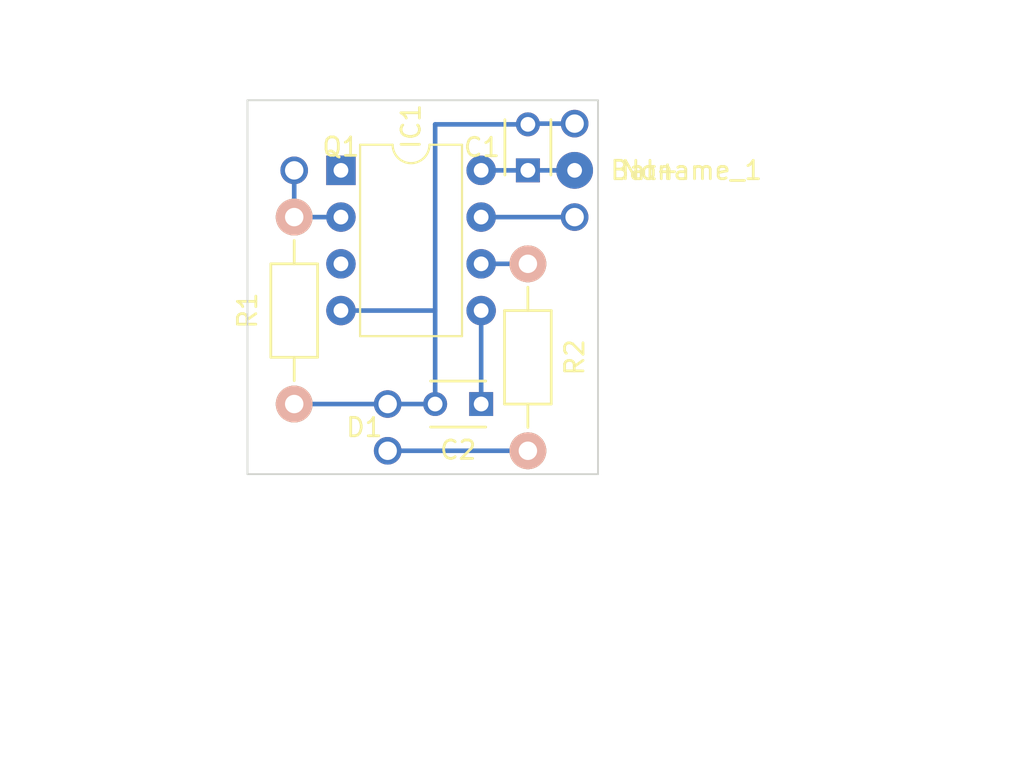
<source format=kicad_pcb>

(kicad_pcb
  (version 4)
  (host pcbnew 4.0.5-e0-6337~49~ubuntu14.04.1)
  (general
    (links 12)
    (no_connects 1)
    (area 121.869999 72.339999 141.020001 92.760001)
    (thickness 1.6)
    (drawings 6)
    (tracks 17)
    (zones 0)
    (modules 9)
    (nets 10))
  (page A4)
  (layers
    (0 F.Cu signal)
    (31 B.Cu signal)
    (32 B.Adhes user)
    (33 F.Adhes user)
    (34 B.Paste user)
    (35 F.Paste user)
    (36 B.SilkS user)
    (37 F.SilkS user)
    (38 B.Mask user)
    (39 F.Mask user)
    (40 Dwgs.User user)
    (41 Cmts.User user hide)
    (42 Eco1.User user)
    (43 Eco2.User user)
    (44 Edge.Cuts user)
    (45 Margin user)
    (46 B.CrtYd user)
    (47 F.CrtYd user)
    (48 B.Fab user)
    (49 F.Fab user))
  (setup
    (last_trace_width 0.25)
    (trace_clearance 0.2)
    (zone_clearance 0.508)
    (zone_45_only no)
    (trace_min 0.2)
    (segment_width 0.2)
    (edge_width 0.1)
    (via_size 0.6)
    (via_drill 0.4)
    (via_min_size 0.4)
    (via_min_drill 0.3)
    (uvia_size 0.3)
    (uvia_drill 0.1)
    (uvias_allowed no)
    (uvia_min_size 0.2)
    (uvia_min_drill 0.1)
    (pcb_text_width 0.3)
    (pcb_text_size 1.5 1.5)
    (mod_edge_width 0.15)
    (mod_text_size 1 1)
    (mod_text_width 0.15)
    (pad_size 1.5 1.5)
    (pad_drill 1)
    (pad_to_mask_clearance 0)
    (aux_axis_origin 0 0)
    (visible_elements 7FFFFFFF)
    (pcbplotparams
      (layerselection 0x00030_80000001)
      (usegerberextensions false)
      (excludeedgelayer true)
      (linewidth 0.1)
      (plotframeref false)
      (viasonmask false)
      (mode 1)
      (useauxorigin false)
      (hpglpennumber 1)
      (hpglpenspeed 20)
      (hpglpendiameter 15)
      (hpglpenoverlay 2)
      (psnegative false)
      (psa4output false)
      (plotreference true)
      (plotvalue true)
      (plotinvisibletext false)
      (padsonsilk false)
      (subtractmaskfromsilk false)
      (outputformat 1)
      (mirror false)
      (drillshape 1)
      (scaleselection 1)
      (outputdirectory "")))
  (net 0 "")
  (net 1 +BATT)
  (net 2 GND)
  (net 3 /Mira/AREF)
  (net 4 /Mira/BUTTON)
  (net 5 "Net-(D1-Pad2)")
  (net 6 /Mira/FIRE)
  (net 7 /Mira/LED)
  (net 8 "Net-(IC1-Pad1)")
  (net 9 "Net-(IC1-Pad3)")
  (net_class Default "This is the default net class."
    (clearance 0.2)
    (trace_width 0.25)
    (via_dia 0.6)
    (via_drill 0.4)
    (uvia_dia 0.3)
    (uvia_drill 0.1)
    (add_net +BATT)
    (add_net /Mira/AREF)
    (add_net /Mira/BUTTON)
    (add_net /Mira/FIRE)
    (add_net /Mira/LED)
    (add_net GND)
    (add_net "Net-(D1-Pad2)")
    (add_net "Net-(IC1-Pad1)")
    (add_net "Net-(IC1-Pad3)"))
  (module Capacitors_THT:C_Disc_D3_P2.5
    (layer F.Cu)
    (tedit 5865BB42)
    (tstamp 586556B6)
    (at 137.16 76.2 90)
    (descr "Capacitor 3mm Disc, Pitch 2.5mm")
    (tags Capacitor)
    (path /58603D0F/5860485C)
    (fp_text reference C1
      (at 1.25 -2.5 180)
      (layer F.SilkS)
      (effects
        (font
          (size 1 1)
          (thickness 0.15))))
    (fp_text value 10nF
      (at 5.08 0 180)
      (layer F.Fab)
      (effects
        (font
          (size 1 1)
          (thickness 0.15))))
    (fp_line
      (start -0.9 -1.5)
      (end 3.4 -1.5)
      (layer F.CrtYd)
      (width 0.05))
    (fp_line
      (start 3.4 -1.5)
      (end 3.4 1.5)
      (layer F.CrtYd)
      (width 0.05))
    (fp_line
      (start 3.4 1.5)
      (end -0.9 1.5)
      (layer F.CrtYd)
      (width 0.05))
    (fp_line
      (start -0.9 1.5)
      (end -0.9 -1.5)
      (layer F.CrtYd)
      (width 0.05))
    (fp_line
      (start -0.25 -1.25)
      (end 2.75 -1.25)
      (layer F.SilkS)
      (width 0.15))
    (fp_line
      (start 2.75 1.25)
      (end -0.25 1.25)
      (layer F.SilkS)
      (width 0.15))
    (pad 1 thru_hole rect
      (at 0 0 90)
      (size 1.3 1.3)
      (drill 0.8)
      (layers *.Cu *.Mask)
      (net 1 +BATT))
    (pad 2 thru_hole circle
      (at 2.5 0 90)
      (size 1.3 1.3)
      (drill 0.8001)
      (layers *.Cu *.Mask)
      (net 2 GND))
    (model Capacitors_ThroughHole.3dshapes/C_Disc_D3_P2.5.wrl
      (at
        (xyz 0.0492126 0 0))
      (scale
        (xyz 1 1 1))
      (rotate
        (xyz 0 0 0))))
  (module Capacitors_THT:C_Disc_D3_P2.5
    (layer F.Cu)
    (tedit 0)
    (tstamp 586556C2)
    (at 134.62 88.9 180)
    (descr "Capacitor 3mm Disc, Pitch 2.5mm")
    (tags Capacitor)
    (path /58603D0F/58604591)
    (fp_text reference C2
      (at 1.25 -2.5 180)
      (layer F.SilkS)
      (effects
        (font
          (size 1 1)
          (thickness 0.15))))
    (fp_text value 10nF
      (at 1.25 2.5 180)
      (layer F.Fab)
      (effects
        (font
          (size 1 1)
          (thickness 0.15))))
    (fp_line
      (start -0.9 -1.5)
      (end 3.4 -1.5)
      (layer F.CrtYd)
      (width 0.05))
    (fp_line
      (start 3.4 -1.5)
      (end 3.4 1.5)
      (layer F.CrtYd)
      (width 0.05))
    (fp_line
      (start 3.4 1.5)
      (end -0.9 1.5)
      (layer F.CrtYd)
      (width 0.05))
    (fp_line
      (start -0.9 1.5)
      (end -0.9 -1.5)
      (layer F.CrtYd)
      (width 0.05))
    (fp_line
      (start -0.25 -1.25)
      (end 2.75 -1.25)
      (layer F.SilkS)
      (width 0.15))
    (fp_line
      (start 2.75 1.25)
      (end -0.25 1.25)
      (layer F.SilkS)
      (width 0.15))
    (pad 1 thru_hole rect
      (at 0 0 180)
      (size 1.3 1.3)
      (drill 0.8)
      (layers *.Cu *.Mask)
      (net 3 /Mira/AREF))
    (pad 2 thru_hole circle
      (at 2.5 0 180)
      (size 1.3 1.3)
      (drill 0.8001)
      (layers *.Cu *.Mask)
      (net 2 GND))
    (model Capacitors_ThroughHole.3dshapes/C_Disc_D3_P2.5.wrl
      (at
        (xyz 0.0492126 0 0))
      (scale
        (xyz 1 1 1))
      (rotate
        (xyz 0 0 0))))
  (module Resistors_THT:Resistor_Horizontal_RM10mm
    (layer F.Cu)
    (tedit 58667F38)
    (tstamp 5865570D)
    (at 124.46 78.74 270)
    (descr "Resistor, Axial,  RM 10mm, 1/3W")
    (tags "Resistor Axial RM 10mm 1/3W")
    (path /58603D0F/58605B36)
    (fp_text reference R1
      (at 5.08 2.54 270)
      (layer F.SilkS)
      (effects
        (font
          (size 1 1)
          (thickness 0.15))))
    (fp_text value 22kΩ
      (at 5.08 0 270)
      (layer F.Fab)
      (effects
        (font
          (size 1 1)
          (thickness 0.15))))
    (fp_line
      (start -1.25 -1.5)
      (end 11.4 -1.5)
      (layer F.CrtYd)
      (width 0.05))
    (fp_line
      (start -1.25 1.5)
      (end -1.25 -1.5)
      (layer F.CrtYd)
      (width 0.05))
    (fp_line
      (start 11.4 -1.5)
      (end 11.4 1.5)
      (layer F.CrtYd)
      (width 0.05))
    (fp_line
      (start -1.25 1.5)
      (end 11.4 1.5)
      (layer F.CrtYd)
      (width 0.05))
    (fp_line
      (start 2.54 -1.27)
      (end 7.62 -1.27)
      (layer F.SilkS)
      (width 0.15))
    (fp_line
      (start 7.62 -1.27)
      (end 7.62 1.27)
      (layer F.SilkS)
      (width 0.15))
    (fp_line
      (start 7.62 1.27)
      (end 2.54 1.27)
      (layer F.SilkS)
      (width 0.15))
    (fp_line
      (start 2.54 1.27)
      (end 2.54 -1.27)
      (layer F.SilkS)
      (width 0.15))
    (fp_line
      (start 2.54 0)
      (end 1.27 0)
      (layer F.SilkS)
      (width 0.15))
    (fp_line
      (start 7.62 0)
      (end 8.89 0)
      (layer F.SilkS)
      (width 0.15))
    (pad 1 thru_hole circle
      (at 0 0 270)
      (size 1.99898 1.99898)
      (drill 1.00076)
      (layers *.Cu *.SilkS *.Mask)
      (net 6 /Mira/FIRE))
    (pad 2 thru_hole circle
      (at 10.16 0 270)
      (size 1.99898 1.99898)
      (drill 1.00076)
      (layers *.Cu *.SilkS *.Mask)
      (net 2 GND))
    (model Resistors_ThroughHole.3dshapes/Resistor_Horizontal_RM10mm.wrl
      (at
        (xyz 0.2 0 0))
      (scale
        (xyz 0.4 0.4 0.4))
      (rotate
        (xyz 0 0 0))))
  (module Resistors_THT:Resistor_Horizontal_RM10mm
    (layer F.Cu)
    (tedit 58667F3E)
    (tstamp 5865571D)
    (at 137.16 91.44 90)
    (descr "Resistor, Axial,  RM 10mm, 1/3W")
    (tags "Resistor Axial RM 10mm 1/3W")
    (path /58603D0F/583CCC74)
    (fp_text reference R2
      (at 5.08 2.54 90)
      (layer F.SilkS)
      (effects
        (font
          (size 1 1)
          (thickness 0.15))))
    (fp_text value 100Ω
      (at 5.08 0 90)
      (layer F.Fab)
      (effects
        (font
          (size 1 1)
          (thickness 0.15))))
    (fp_line
      (start -1.25 -1.5)
      (end 11.4 -1.5)
      (layer F.CrtYd)
      (width 0.05))
    (fp_line
      (start -1.25 1.5)
      (end -1.25 -1.5)
      (layer F.CrtYd)
      (width 0.05))
    (fp_line
      (start 11.4 -1.5)
      (end 11.4 1.5)
      (layer F.CrtYd)
      (width 0.05))
    (fp_line
      (start -1.25 1.5)
      (end 11.4 1.5)
      (layer F.CrtYd)
      (width 0.05))
    (fp_line
      (start 2.54 -1.27)
      (end 7.62 -1.27)
      (layer F.SilkS)
      (width 0.15))
    (fp_line
      (start 7.62 -1.27)
      (end 7.62 1.27)
      (layer F.SilkS)
      (width 0.15))
    (fp_line
      (start 7.62 1.27)
      (end 2.54 1.27)
      (layer F.SilkS)
      (width 0.15))
    (fp_line
      (start 2.54 1.27)
      (end 2.54 -1.27)
      (layer F.SilkS)
      (width 0.15))
    (fp_line
      (start 2.54 0)
      (end 1.27 0)
      (layer F.SilkS)
      (width 0.15))
    (fp_line
      (start 7.62 0)
      (end 8.89 0)
      (layer F.SilkS)
      (width 0.15))
    (pad 1 thru_hole circle
      (at 0 0 90)
      (size 1.99898 1.99898)
      (drill 1.00076)
      (layers *.Cu *.SilkS *.Mask)
      (net 5 "Net-(D1-Pad2)"))
    (pad 2 thru_hole circle
      (at 10.16 0 90)
      (size 1.99898 1.99898)
      (drill 1.00076)
      (layers *.Cu *.SilkS *.Mask)
      (net 7 /Mira/LED))
    (model Resistors_ThroughHole.3dshapes/Resistor_Horizontal_RM10mm.wrl
      (at
        (xyz 0.2 0 0))
      (scale
        (xyz 0.4 0.4 0.4))
      (rotate
        (xyz 0 0 0))))
  (module Wire_Connections_Bridges:WireConnection_1.50mmDrill
    (layer F.Cu)
    (tedit 5865BB2B)
    (tstamp 5865AB69)
    (at 149.86 72.39)
    (descr "WireConnection with 1.5mm drill")
    (path /58603D0F/5860804E)
    (fp_text reference Noname_1
      (at -3.81 3.81)
      (layer F.SilkS)
      (effects
        (font
          (size 1 1)
          (thickness 0.15))))
    (fp_text value Button
      (at -6.35 6.35 180)
      (layer F.Fab)
      (effects
        (font
          (size 1 1)
          (thickness 0.15))))
    (fp_line
      (start 14.0716 -3.7592)
      (end 13.8684 -3.6576)
      (layer Cmts.User)
      (width 0.381))
    (fp_line
      (start 13.8684 -3.6576)
      (end 13.6398 -3.6576)
      (layer Cmts.User)
      (width 0.381))
    (fp_line
      (start 13.6398 -3.6576)
      (end 13.4366 -3.7592)
      (layer Cmts.User)
      (width 0.381))
    (fp_line
      (start 13.4366 -3.7592)
      (end 13.3604 -4.1148)
      (layer Cmts.User)
      (width 0.381))
    (fp_line
      (start 13.3604 -4.1148)
      (end 13.3604 -4.572)
      (layer Cmts.User)
      (width 0.381))
    (fp_line
      (start 13.3604 -4.572)
      (end 13.462 -4.6482)
      (layer Cmts.User)
      (width 0.381))
    (fp_line
      (start 13.462 -4.6482)
      (end 13.7668 -4.7244)
      (layer Cmts.User)
      (width 0.381))
    (fp_line
      (start 13.7668 -4.7244)
      (end 13.9954 -4.6736)
      (layer Cmts.User)
      (width 0.381))
    (fp_line
      (start 13.9954 -4.6736)
      (end 14.0462 -4.318)
      (layer Cmts.User)
      (width 0.381))
    (fp_line
      (start 14.0462 -4.318)
      (end 13.4366 -4.191)
      (layer Cmts.User)
      (width 0.381))
    (fp_line
      (start 13.4366 -4.191)
      (end 13.4366 -4.2418)
      (layer Cmts.User)
      (width 0.381))
    (fp_line
      (start 12.7508 -3.7084)
      (end 12.4206 -3.7084)
      (layer Cmts.User)
      (width 0.381))
    (fp_line
      (start 12.4206 -3.7084)
      (end 12.2174 -3.7084)
      (layer Cmts.User)
      (width 0.381))
    (fp_line
      (start 12.2174 -3.7084)
      (end 12.0396 -3.8608)
      (layer Cmts.User)
      (width 0.381))
    (fp_line
      (start 12.0396 -3.8608)
      (end 12.0396 -4.2418)
      (layer Cmts.User)
      (width 0.381))
    (fp_line
      (start 12.0396 -4.2418)
      (end 12.1412 -4.572)
      (layer Cmts.User)
      (width 0.381))
    (fp_line
      (start 12.1412 -4.572)
      (end 12.2936 -4.6482)
      (layer Cmts.User)
      (width 0.381))
    (fp_line
      (start 12.2936 -4.6482)
      (end 12.573 -4.6482)
      (layer Cmts.User)
      (width 0.381))
    (fp_line
      (start 12.573 -4.6482)
      (end 12.7508 -4.572)
      (layer Cmts.User)
      (width 0.381))
    (fp_line
      (start 12.7508 -4.572)
      (end 12.7762 -4.2672)
      (layer Cmts.User)
      (width 0.381))
    (fp_line
      (start 12.7762 -4.2672)
      (end 12.1412 -4.2418)
      (layer Cmts.User)
      (width 0.381))
    (fp_line
      (start 11.2268 -4.5212)
      (end 11.6078 -4.6736)
      (layer Cmts.User)
      (width 0.381))
    (fp_line
      (start 11.6078 -4.6736)
      (end 11.6332 -4.6736)
      (layer Cmts.User)
      (width 0.381))
    (fp_line
      (start 11.2014 -4.7244)
      (end 11.2014 -3.6576)
      (layer Cmts.User)
      (width 0.381))
    (fp_line
      (start 9.9822 -4.6736)
      (end 10.668 -4.7244)
      (layer Cmts.User)
      (width 0.381))
    (fp_line
      (start 10.7188 -5.207)
      (end 10.541 -5.207)
      (layer Cmts.User)
      (width 0.381))
    (fp_line
      (start 10.541 -5.207)
      (end 10.3886 -5.08)
      (layer Cmts.User)
      (width 0.381))
    (fp_line
      (start 10.3886 -5.08)
      (end 10.3378 -3.7084)
      (layer Cmts.User)
      (width 0.381))
    (fp_line
      (start 8.4328 -4.5974)
      (end 8.3058 -4.6736)
      (layer Cmts.User)
      (width 0.381))
    (fp_line
      (start 8.3058 -4.6736)
      (end 8.0264 -4.6736)
      (layer Cmts.User)
      (width 0.381))
    (fp_line
      (start 8.0264 -4.6736)
      (end 7.874 -4.445)
      (layer Cmts.User)
      (width 0.381))
    (fp_line
      (start 7.874 -4.445)
      (end 7.8994 -4.2672)
      (layer Cmts.User)
      (width 0.381))
    (fp_line
      (start 7.8994 -4.2672)
      (end 8.1788 -4.191)
      (layer Cmts.User)
      (width 0.381))
    (fp_line
      (start 8.1788 -4.191)
      (end 8.4328 -4.1148)
      (layer Cmts.User)
      (width 0.381))
    (fp_line
      (start 8.4328 -4.1148)
      (end 8.4836 -3.8354)
      (layer Cmts.User)
      (width 0.381))
    (fp_line
      (start 8.4836 -3.8354)
      (end 8.2804 -3.6576)
      (layer Cmts.User)
      (width 0.381))
    (fp_line
      (start 8.2804 -3.6576)
      (end 7.8994 -3.7084)
      (layer Cmts.User)
      (width 0.381))
    (fp_line
      (start 7.1628 -3.6576)
      (end 6.8072 -3.7592)
      (layer Cmts.User)
      (width 0.381))
    (fp_line
      (start 6.8072 -3.7592)
      (end 6.604 -3.8354)
      (layer Cmts.User)
      (width 0.381))
    (fp_line
      (start 6.604 -3.8354)
      (end 6.477 -4.1656)
      (layer Cmts.User)
      (width 0.381))
    (fp_line
      (start 6.477 -4.1656)
      (end 6.477 -4.4704)
      (layer Cmts.User)
      (width 0.381))
    (fp_line
      (start 6.477 -4.4704)
      (end 6.6802 -4.6736)
      (layer Cmts.User)
      (width 0.381))
    (fp_line
      (start 6.6802 -4.6736)
      (end 7.0104 -4.7244)
      (layer Cmts.User)
      (width 0.381))
    (fp_line
      (start 7.2136 -5.207)
      (end 7.2136 -3.6576)
      (layer Cmts.User)
      (width 0.381))
    (fp_line
      (start 5.715 -3.6576)
      (end 5.2578 -3.7084)
      (layer Cmts.User)
      (width 0.381))
    (fp_line
      (start 5.2578 -3.7084)
      (end 5.1054 -3.9116)
      (layer Cmts.User)
      (width 0.381))
    (fp_line
      (start 5.1054 -3.9116)
      (end 5.1308 -4.191)
      (layer Cmts.User)
      (width 0.381))
    (fp_line
      (start 5.1308 -4.191)
      (end 5.842 -4.2418)
      (layer Cmts.User)
      (width 0.381))
    (fp_line
      (start 5.1054 -4.572)
      (end 5.3848 -4.7244)
      (layer Cmts.User)
      (width 0.381))
    (fp_line
      (start 5.3848 -4.7244)
      (end 5.6388 -4.6482)
      (layer Cmts.User)
      (width 0.381))
    (fp_line
      (start 5.6388 -4.6482)
      (end 5.7912 -4.4704)
      (layer Cmts.User)
      (width 0.381))
    (fp_line
      (start 5.7912 -4.4704)
      (end 5.842 -3.6322)
      (layer Cmts.User)
      (width 0.381))
    (fp_line
      (start 3.6068 -3.6576)
      (end 3.6322 -5.2578)
      (layer Cmts.User)
      (width 0.381))
    (fp_line
      (start 3.6322 -5.2578)
      (end 4.0894 -5.2578)
      (layer Cmts.User)
      (width 0.381))
    (fp_line
      (start 4.0894 -5.2578)
      (end 4.3688 -5.1308)
      (layer Cmts.User)
      (width 0.381))
    (fp_line
      (start 4.3688 -5.1308)
      (end 4.4958 -4.8768)
      (layer Cmts.User)
      (width 0.381))
    (fp_line
      (start 4.4958 -4.8768)
      (end 4.4958 -4.5974)
      (layer Cmts.User)
      (width 0.381))
    (fp_line
      (start 4.4958 -4.5974)
      (end 4.3688 -4.3942)
      (layer Cmts.User)
      (width 0.381))
    (fp_line
      (start 4.3688 -4.3942)
      (end 4.0894 -4.445)
      (layer Cmts.User)
      (width 0.381))
    (fp_line
      (start 4.0894 -4.445)
      (end 3.6322 -4.445)
      (layer Cmts.User)
      (width 0.381))
    (fp_line
      (start 1.778 -3.7592)
      (end 1.524 -3.6576)
      (layer Cmts.User)
      (width 0.381))
    (fp_line
      (start 1.524 -3.6576)
      (end 1.27 -3.7592)
      (layer Cmts.User)
      (width 0.381))
    (fp_line
      (start 1.27 -3.7592)
      (end 1.1176 -3.9116)
      (layer Cmts.User)
      (width 0.381))
    (fp_line
      (start 1.1176 -3.9116)
      (end 1.0414 -4.318)
      (layer Cmts.User)
      (width 0.381))
    (fp_line
      (start 1.0414 -4.318)
      (end 1.1684 -4.572)
      (layer Cmts.User)
      (width 0.381))
    (fp_line
      (start 1.1684 -4.572)
      (end 1.3716 -4.6736)
      (layer Cmts.User)
      (width 0.381))
    (fp_line
      (start 1.3716 -4.6736)
      (end 1.651 -4.6482)
      (layer Cmts.User)
      (width 0.381))
    (fp_line
      (start 1.651 -4.6482)
      (end 1.8034 -4.5212)
      (layer Cmts.User)
      (width 0.381))
    (fp_line
      (start 1.8034 -4.5212)
      (end 1.8034 -4.318)
      (layer Cmts.User)
      (width 0.381))
    (fp_line
      (start 1.8034 -4.318)
      (end 1.1684 -4.2418)
      (layer Cmts.User)
      (width 0.381))
    (fp_line
      (start -0.1524 -4.7244)
      (end 0.3048 -3.6576)
      (layer Cmts.User)
      (width 0.381))
    (fp_line
      (start 0.3048 -3.6576)
      (end 0.5842 -4.6736)
      (layer Cmts.User)
      (width 0.381))
    (fp_line
      (start 0.5842 -4.6736)
      (end 0.5588 -4.6736)
      (layer Cmts.User)
      (width 0.381))
    (fp_line
      (start -1.4732 -4.3942)
      (end -1.4732 -3.9116)
      (layer Cmts.User)
      (width 0.381))
    (fp_line
      (start -1.4732 -3.9116)
      (end -1.27 -3.7084)
      (layer Cmts.User)
      (width 0.381))
    (fp_line
      (start -1.27 -3.7084)
      (end -1.0414 -3.6576)
      (layer Cmts.User)
      (width 0.381))
    (fp_line
      (start -1.0414 -3.6576)
      (end -0.762 -3.7846)
      (layer Cmts.User)
      (width 0.381))
    (fp_line
      (start -0.762 -3.7846)
      (end -0.6604 -3.9878)
      (layer Cmts.User)
      (width 0.381))
    (fp_line
      (start -0.6604 -3.9878)
      (end -0.6604 -4.445)
      (layer Cmts.User)
      (width 0.381))
    (fp_line
      (start -0.6604 -4.445)
      (end -0.8382 -4.6482)
      (layer Cmts.User)
      (width 0.381))
    (fp_line
      (start -0.8382 -4.6482)
      (end -1.1176 -4.7244)
      (layer Cmts.User)
      (width 0.381))
    (fp_line
      (start -1.1176 -4.7244)
      (end -1.4478 -4.4704)
      (layer Cmts.User)
      (width 0.381))
    (fp_line
      (start -3.0988 -3.6322)
      (end -3.0988 -5.2578)
      (layer Cmts.User)
      (width 0.381))
    (fp_line
      (start -3.0988 -5.2578)
      (end -2.6162 -4.1148)
      (layer Cmts.User)
      (width 0.381))
    (fp_line
      (start -2.6162 -4.1148)
      (end -2.1336 -5.1816)
      (layer Cmts.User)
      (width 0.381))
    (fp_line
      (start -2.1336 -5.1816)
      (end -2.1336 -3.6322)
      (layer Cmts.User)
      (width 0.381))
    (pad 1 thru_hole circle
      (at -10.16 1.27)
      (size 1.5 1.5)
      (drill 1)
      (layers *.Cu *.Mask)
      (net 2 GND))
    (pad 2 thru_hole circle
      (at -10.16 6.35)
      (size 1.5 1.5)
      (drill 1)
      (layers *.Cu *.Mask)
      (net 4 /Mira/BUTTON)))
  (module Wire_Connections_Bridges:WireConnection_1.50mmDrill
    (layer F.Cu)
    (tedit 5865AF7D)
    (tstamp 5865AB6E)
    (at 128.27 107.95)
    (descr "WireConnection with 1.5mm drill")
    (path /58603D0F/583CCC75)
    (fp_text reference D1
      (at 0 -17.78)
      (layer F.SilkS)
      (effects
        (font
          (size 1 1)
          (thickness 0.15))))
    (fp_text value "low current LED"
      (at 1.27 -13.97)
      (layer F.Fab)
      (effects
        (font
          (size 1 1)
          (thickness 0.15))))
    (fp_line
      (start 14.0716 -3.7592)
      (end 13.8684 -3.6576)
      (layer Cmts.User)
      (width 0.381))
    (fp_line
      (start 13.8684 -3.6576)
      (end 13.6398 -3.6576)
      (layer Cmts.User)
      (width 0.381))
    (fp_line
      (start 13.6398 -3.6576)
      (end 13.4366 -3.7592)
      (layer Cmts.User)
      (width 0.381))
    (fp_line
      (start 13.4366 -3.7592)
      (end 13.3604 -4.1148)
      (layer Cmts.User)
      (width 0.381))
    (fp_line
      (start 13.3604 -4.1148)
      (end 13.3604 -4.572)
      (layer Cmts.User)
      (width 0.381))
    (fp_line
      (start 13.3604 -4.572)
      (end 13.462 -4.6482)
      (layer Cmts.User)
      (width 0.381))
    (fp_line
      (start 13.462 -4.6482)
      (end 13.7668 -4.7244)
      (layer Cmts.User)
      (width 0.381))
    (fp_line
      (start 13.7668 -4.7244)
      (end 13.9954 -4.6736)
      (layer Cmts.User)
      (width 0.381))
    (fp_line
      (start 13.9954 -4.6736)
      (end 14.0462 -4.318)
      (layer Cmts.User)
      (width 0.381))
    (fp_line
      (start 14.0462 -4.318)
      (end 13.4366 -4.191)
      (layer Cmts.User)
      (width 0.381))
    (fp_line
      (start 13.4366 -4.191)
      (end 13.4366 -4.2418)
      (layer Cmts.User)
      (width 0.381))
    (fp_line
      (start 12.7508 -3.7084)
      (end 12.4206 -3.7084)
      (layer Cmts.User)
      (width 0.381))
    (fp_line
      (start 12.4206 -3.7084)
      (end 12.2174 -3.7084)
      (layer Cmts.User)
      (width 0.381))
    (fp_line
      (start 12.2174 -3.7084)
      (end 12.0396 -3.8608)
      (layer Cmts.User)
      (width 0.381))
    (fp_line
      (start 12.0396 -3.8608)
      (end 12.0396 -4.2418)
      (layer Cmts.User)
      (width 0.381))
    (fp_line
      (start 12.0396 -4.2418)
      (end 12.1412 -4.572)
      (layer Cmts.User)
      (width 0.381))
    (fp_line
      (start 12.1412 -4.572)
      (end 12.2936 -4.6482)
      (layer Cmts.User)
      (width 0.381))
    (fp_line
      (start 12.2936 -4.6482)
      (end 12.573 -4.6482)
      (layer Cmts.User)
      (width 0.381))
    (fp_line
      (start 12.573 -4.6482)
      (end 12.7508 -4.572)
      (layer Cmts.User)
      (width 0.381))
    (fp_line
      (start 12.7508 -4.572)
      (end 12.7762 -4.2672)
      (layer Cmts.User)
      (width 0.381))
    (fp_line
      (start 12.7762 -4.2672)
      (end 12.1412 -4.2418)
      (layer Cmts.User)
      (width 0.381))
    (fp_line
      (start 11.2268 -4.5212)
      (end 11.6078 -4.6736)
      (layer Cmts.User)
      (width 0.381))
    (fp_line
      (start 11.6078 -4.6736)
      (end 11.6332 -4.6736)
      (layer Cmts.User)
      (width 0.381))
    (fp_line
      (start 11.2014 -4.7244)
      (end 11.2014 -3.6576)
      (layer Cmts.User)
      (width 0.381))
    (fp_line
      (start 9.9822 -4.6736)
      (end 10.668 -4.7244)
      (layer Cmts.User)
      (width 0.381))
    (fp_line
      (start 10.7188 -5.207)
      (end 10.541 -5.207)
      (layer Cmts.User)
      (width 0.381))
    (fp_line
      (start 10.541 -5.207)
      (end 10.3886 -5.08)
      (layer Cmts.User)
      (width 0.381))
    (fp_line
      (start 10.3886 -5.08)
      (end 10.3378 -3.7084)
      (layer Cmts.User)
      (width 0.381))
    (fp_line
      (start 8.4328 -4.5974)
      (end 8.3058 -4.6736)
      (layer Cmts.User)
      (width 0.381))
    (fp_line
      (start 8.3058 -4.6736)
      (end 8.0264 -4.6736)
      (layer Cmts.User)
      (width 0.381))
    (fp_line
      (start 8.0264 -4.6736)
      (end 7.874 -4.445)
      (layer Cmts.User)
      (width 0.381))
    (fp_line
      (start 7.874 -4.445)
      (end 7.8994 -4.2672)
      (layer Cmts.User)
      (width 0.381))
    (fp_line
      (start 7.8994 -4.2672)
      (end 8.1788 -4.191)
      (layer Cmts.User)
      (width 0.381))
    (fp_line
      (start 8.1788 -4.191)
      (end 8.4328 -4.1148)
      (layer Cmts.User)
      (width 0.381))
    (fp_line
      (start 8.4328 -4.1148)
      (end 8.4836 -3.8354)
      (layer Cmts.User)
      (width 0.381))
    (fp_line
      (start 8.4836 -3.8354)
      (end 8.2804 -3.6576)
      (layer Cmts.User)
      (width 0.381))
    (fp_line
      (start 8.2804 -3.6576)
      (end 7.8994 -3.7084)
      (layer Cmts.User)
      (width 0.381))
    (fp_line
      (start 7.1628 -3.6576)
      (end 6.8072 -3.7592)
      (layer Cmts.User)
      (width 0.381))
    (fp_line
      (start 6.8072 -3.7592)
      (end 6.604 -3.8354)
      (layer Cmts.User)
      (width 0.381))
    (fp_line
      (start 6.604 -3.8354)
      (end 6.477 -4.1656)
      (layer Cmts.User)
      (width 0.381))
    (fp_line
      (start 6.477 -4.1656)
      (end 6.477 -4.4704)
      (layer Cmts.User)
      (width 0.381))
    (fp_line
      (start 6.477 -4.4704)
      (end 6.6802 -4.6736)
      (layer Cmts.User)
      (width 0.381))
    (fp_line
      (start 6.6802 -4.6736)
      (end 7.0104 -4.7244)
      (layer Cmts.User)
      (width 0.381))
    (fp_line
      (start 7.2136 -5.207)
      (end 7.2136 -3.6576)
      (layer Cmts.User)
      (width 0.381))
    (fp_line
      (start 5.715 -3.6576)
      (end 5.2578 -3.7084)
      (layer Cmts.User)
      (width 0.381))
    (fp_line
      (start 5.2578 -3.7084)
      (end 5.1054 -3.9116)
      (layer Cmts.User)
      (width 0.381))
    (fp_line
      (start 5.1054 -3.9116)
      (end 5.1308 -4.191)
      (layer Cmts.User)
      (width 0.381))
    (fp_line
      (start 5.1308 -4.191)
      (end 5.842 -4.2418)
      (layer Cmts.User)
      (width 0.381))
    (fp_line
      (start 5.1054 -4.572)
      (end 5.3848 -4.7244)
      (layer Cmts.User)
      (width 0.381))
    (fp_line
      (start 5.3848 -4.7244)
      (end 5.6388 -4.6482)
      (layer Cmts.User)
      (width 0.381))
    (fp_line
      (start 5.6388 -4.6482)
      (end 5.7912 -4.4704)
      (layer Cmts.User)
      (width 0.381))
    (fp_line
      (start 5.7912 -4.4704)
      (end 5.842 -3.6322)
      (layer Cmts.User)
      (width 0.381))
    (fp_line
      (start 3.6068 -3.6576)
      (end 3.6322 -5.2578)
      (layer Cmts.User)
      (width 0.381))
    (fp_line
      (start 3.6322 -5.2578)
      (end 4.0894 -5.2578)
      (layer Cmts.User)
      (width 0.381))
    (fp_line
      (start 4.0894 -5.2578)
      (end 4.3688 -5.1308)
      (layer Cmts.User)
      (width 0.381))
    (fp_line
      (start 4.3688 -5.1308)
      (end 4.4958 -4.8768)
      (layer Cmts.User)
      (width 0.381))
    (fp_line
      (start 4.4958 -4.8768)
      (end 4.4958 -4.5974)
      (layer Cmts.User)
      (width 0.381))
    (fp_line
      (start 4.4958 -4.5974)
      (end 4.3688 -4.3942)
      (layer Cmts.User)
      (width 0.381))
    (fp_line
      (start 4.3688 -4.3942)
      (end 4.0894 -4.445)
      (layer Cmts.User)
      (width 0.381))
    (fp_line
      (start 4.0894 -4.445)
      (end 3.6322 -4.445)
      (layer Cmts.User)
      (width 0.381))
    (fp_line
      (start 1.778 -3.7592)
      (end 1.524 -3.6576)
      (layer Cmts.User)
      (width 0.381))
    (fp_line
      (start 1.524 -3.6576)
      (end 1.27 -3.7592)
      (layer Cmts.User)
      (width 0.381))
    (fp_line
      (start 1.27 -3.7592)
      (end 1.1176 -3.9116)
      (layer Cmts.User)
      (width 0.381))
    (fp_line
      (start 1.1176 -3.9116)
      (end 1.0414 -4.318)
      (layer Cmts.User)
      (width 0.381))
    (fp_line
      (start 1.0414 -4.318)
      (end 1.1684 -4.572)
      (layer Cmts.User)
      (width 0.381))
    (fp_line
      (start 1.1684 -4.572)
      (end 1.3716 -4.6736)
      (layer Cmts.User)
      (width 0.381))
    (fp_line
      (start 1.3716 -4.6736)
      (end 1.651 -4.6482)
      (layer Cmts.User)
      (width 0.381))
    (fp_line
      (start 1.651 -4.6482)
      (end 1.8034 -4.5212)
      (layer Cmts.User)
      (width 0.381))
    (fp_line
      (start 1.8034 -4.5212)
      (end 1.8034 -4.318)
      (layer Cmts.User)
      (width 0.381))
    (fp_line
      (start 1.8034 -4.318)
      (end 1.1684 -4.2418)
      (layer Cmts.User)
      (width 0.381))
    (fp_line
      (start -0.1524 -4.7244)
      (end 0.3048 -3.6576)
      (layer Cmts.User)
      (width 0.381))
    (fp_line
      (start 0.3048 -3.6576)
      (end 0.5842 -4.6736)
      (layer Cmts.User)
      (width 0.381))
    (fp_line
      (start 0.5842 -4.6736)
      (end 0.5588 -4.6736)
      (layer Cmts.User)
      (width 0.381))
    (fp_line
      (start -1.4732 -4.3942)
      (end -1.4732 -3.9116)
      (layer Cmts.User)
      (width 0.381))
    (fp_line
      (start -1.4732 -3.9116)
      (end -1.27 -3.7084)
      (layer Cmts.User)
      (width 0.381))
    (fp_line
      (start -1.27 -3.7084)
      (end -1.0414 -3.6576)
      (layer Cmts.User)
      (width 0.381))
    (fp_line
      (start -1.0414 -3.6576)
      (end -0.762 -3.7846)
      (layer Cmts.User)
      (width 0.381))
    (fp_line
      (start -0.762 -3.7846)
      (end -0.6604 -3.9878)
      (layer Cmts.User)
      (width 0.381))
    (fp_line
      (start -0.6604 -3.9878)
      (end -0.6604 -4.445)
      (layer Cmts.User)
      (width 0.381))
    (fp_line
      (start -0.6604 -4.445)
      (end -0.8382 -4.6482)
      (layer Cmts.User)
      (width 0.381))
    (fp_line
      (start -0.8382 -4.6482)
      (end -1.1176 -4.7244)
      (layer Cmts.User)
      (width 0.381))
    (fp_line
      (start -1.1176 -4.7244)
      (end -1.4478 -4.4704)
      (layer Cmts.User)
      (width 0.381))
    (fp_line
      (start -3.0988 -3.6322)
      (end -3.0988 -5.2578)
      (layer Cmts.User)
      (width 0.381))
    (fp_line
      (start -3.0988 -5.2578)
      (end -2.6162 -4.1148)
      (layer Cmts.User)
      (width 0.381))
    (fp_line
      (start -2.6162 -4.1148)
      (end -2.1336 -5.1816)
      (layer Cmts.User)
      (width 0.381))
    (fp_line
      (start -2.1336 -5.1816)
      (end -2.1336 -3.6322)
      (layer Cmts.User)
      (width 0.381))
    (pad 1 thru_hole circle
      (at 1.27 -19.05)
      (size 1.5 1.5)
      (drill 1)
      (layers *.Cu *.Mask)
      (net 2 GND))
    (pad 2 thru_hole circle
      (at 1.27 -16.51)
      (size 1.5 1.5)
      (drill 1)
      (layers *.Cu *.Mask)
      (net 5 "Net-(D1-Pad2)")))
  (module Housings_DIP:DIP-8_W7.62mm
    (layer F.Cu)
    (tedit 5865AE73)
    (tstamp 5865AB7E)
    (at 127 76.2)
    (descr "8-lead dip package, row spacing 7.62 mm (300 mils)")
    (tags "DIL DIP PDIP 2.54mm 7.62mm 300mil")
    (path /58644323)
    (fp_text reference IC1
      (at 3.81 -2.39 90)
      (layer F.SilkS)
      (effects
        (font
          (size 1 1)
          (thickness 0.15))))
    (fp_text value ATTINY45-P
      (at 3.81 3.81 90)
      (layer F.Fab)
      (effects
        (font
          (size 1 1)
          (thickness 0.15))))
    (fp_arc
      (start 3.81 -1.39)
      (end 2.81 -1.39)
      (angle -180)
      (layer F.SilkS)
      (width 0.12))
    (fp_line
      (start 1.635 -1.27)
      (end 6.985 -1.27)
      (layer F.Fab)
      (width 0.1))
    (fp_line
      (start 6.985 -1.27)
      (end 6.985 8.89)
      (layer F.Fab)
      (width 0.1))
    (fp_line
      (start 6.985 8.89)
      (end 0.635 8.89)
      (layer F.Fab)
      (width 0.1))
    (fp_line
      (start 0.635 8.89)
      (end 0.635 -0.27)
      (layer F.Fab)
      (width 0.1))
    (fp_line
      (start 0.635 -0.27)
      (end 1.635 -1.27)
      (layer F.Fab)
      (width 0.1))
    (fp_line
      (start 2.81 -1.39)
      (end 1.04 -1.39)
      (layer F.SilkS)
      (width 0.12))
    (fp_line
      (start 1.04 -1.39)
      (end 1.04 9.01)
      (layer F.SilkS)
      (width 0.12))
    (fp_line
      (start 1.04 9.01)
      (end 6.58 9.01)
      (layer F.SilkS)
      (width 0.12))
    (fp_line
      (start 6.58 9.01)
      (end 6.58 -1.39)
      (layer F.SilkS)
      (width 0.12))
    (fp_line
      (start 6.58 -1.39)
      (end 4.81 -1.39)
      (layer F.SilkS)
      (width 0.12))
    (fp_line
      (start -1.1 -1.6)
      (end -1.1 9.2)
      (layer F.CrtYd)
      (width 0.05))
    (fp_line
      (start -1.1 9.2)
      (end 8.7 9.2)
      (layer F.CrtYd)
      (width 0.05))
    (fp_line
      (start 8.7 9.2)
      (end 8.7 -1.6)
      (layer F.CrtYd)
      (width 0.05))
    (fp_line
      (start 8.7 -1.6)
      (end -1.1 -1.6)
      (layer F.CrtYd)
      (width 0.05))
    (pad 1 thru_hole rect
      (at 0 0)
      (size 1.6 1.6)
      (drill 0.8)
      (layers *.Cu *.Mask)
      (net 8 "Net-(IC1-Pad1)"))
    (pad 5 thru_hole oval
      (at 7.62 7.62)
      (size 1.6 1.6)
      (drill 0.8)
      (layers *.Cu *.Mask)
      (net 3 /Mira/AREF))
    (pad 2 thru_hole oval
      (at 0 2.54)
      (size 1.6 1.6)
      (drill 0.8)
      (layers *.Cu *.Mask)
      (net 6 /Mira/FIRE))
    (pad 6 thru_hole oval
      (at 7.62 5.08)
      (size 1.6 1.6)
      (drill 0.8)
      (layers *.Cu *.Mask)
      (net 7 /Mira/LED))
    (pad 3 thru_hole oval
      (at 0 5.08)
      (size 1.6 1.6)
      (drill 0.8)
      (layers *.Cu *.Mask)
      (net 9 "Net-(IC1-Pad3)"))
    (pad 7 thru_hole oval
      (at 7.62 2.54)
      (size 1.6 1.6)
      (drill 0.8)
      (layers *.Cu *.Mask)
      (net 4 /Mira/BUTTON))
    (pad 4 thru_hole oval
      (at 0 7.62)
      (size 1.6 1.6)
      (drill 0.8)
      (layers *.Cu *.Mask)
      (net 2 GND))
    (pad 8 thru_hole oval
      (at 7.62 0)
      (size 1.6 1.6)
      (drill 0.8)
      (layers *.Cu *.Mask)
      (net 1 +BATT))
    (model Housings_DIP.3dshapes/DIP-8_W7.62mm.wrl
      (at
        (xyz 0 0 0))
      (scale
        (xyz 1 1 1))
      (rotate
        (xyz 0 0 0))))
  (module Wire_Connections_Bridges:WireConnection_1.50mmDrill
    (layer F.Cu)
    (tedit 5865BB39)
    (tstamp 5865AB7F)
    (at 111.76 81.28)
    (descr "WireConnection with 1.5mm drill")
    (path /58603D0F/58604A0A)
    (fp_text reference Q1
      (at 15.24 -6.35)
      (layer F.SilkS)
      (effects
        (font
          (size 1 1)
          (thickness 0.15))))
    (fp_text value RLB3034
      (at 12.7 -10.16)
      (layer F.Fab)
      (effects
        (font
          (size 1 1)
          (thickness 0.15))))
    (fp_line
      (start 14.0716 -3.7592)
      (end 13.8684 -3.6576)
      (layer Cmts.User)
      (width 0.381))
    (fp_line
      (start 13.8684 -3.6576)
      (end 13.6398 -3.6576)
      (layer Cmts.User)
      (width 0.381))
    (fp_line
      (start 13.6398 -3.6576)
      (end 13.4366 -3.7592)
      (layer Cmts.User)
      (width 0.381))
    (fp_line
      (start 13.4366 -3.7592)
      (end 13.3604 -4.1148)
      (layer Cmts.User)
      (width 0.381))
    (fp_line
      (start 13.3604 -4.1148)
      (end 13.3604 -4.572)
      (layer Cmts.User)
      (width 0.381))
    (fp_line
      (start 13.3604 -4.572)
      (end 13.462 -4.6482)
      (layer Cmts.User)
      (width 0.381))
    (fp_line
      (start 13.462 -4.6482)
      (end 13.7668 -4.7244)
      (layer Cmts.User)
      (width 0.381))
    (fp_line
      (start 13.7668 -4.7244)
      (end 13.9954 -4.6736)
      (layer Cmts.User)
      (width 0.381))
    (fp_line
      (start 13.9954 -4.6736)
      (end 14.0462 -4.318)
      (layer Cmts.User)
      (width 0.381))
    (fp_line
      (start 14.0462 -4.318)
      (end 13.4366 -4.191)
      (layer Cmts.User)
      (width 0.381))
    (fp_line
      (start 13.4366 -4.191)
      (end 13.4366 -4.2418)
      (layer Cmts.User)
      (width 0.381))
    (fp_line
      (start 12.7508 -3.7084)
      (end 12.4206 -3.7084)
      (layer Cmts.User)
      (width 0.381))
    (fp_line
      (start 12.4206 -3.7084)
      (end 12.2174 -3.7084)
      (layer Cmts.User)
      (width 0.381))
    (fp_line
      (start 12.2174 -3.7084)
      (end 12.0396 -3.8608)
      (layer Cmts.User)
      (width 0.381))
    (fp_line
      (start 12.0396 -3.8608)
      (end 12.0396 -4.2418)
      (layer Cmts.User)
      (width 0.381))
    (fp_line
      (start 12.0396 -4.2418)
      (end 12.1412 -4.572)
      (layer Cmts.User)
      (width 0.381))
    (fp_line
      (start 12.1412 -4.572)
      (end 12.2936 -4.6482)
      (layer Cmts.User)
      (width 0.381))
    (fp_line
      (start 12.2936 -4.6482)
      (end 12.573 -4.6482)
      (layer Cmts.User)
      (width 0.381))
    (fp_line
      (start 12.573 -4.6482)
      (end 12.7508 -4.572)
      (layer Cmts.User)
      (width 0.381))
    (fp_line
      (start 12.7508 -4.572)
      (end 12.7762 -4.2672)
      (layer Cmts.User)
      (width 0.381))
    (fp_line
      (start 12.7762 -4.2672)
      (end 12.1412 -4.2418)
      (layer Cmts.User)
      (width 0.381))
    (fp_line
      (start 11.2268 -4.5212)
      (end 11.6078 -4.6736)
      (layer Cmts.User)
      (width 0.381))
    (fp_line
      (start 11.6078 -4.6736)
      (end 11.6332 -4.6736)
      (layer Cmts.User)
      (width 0.381))
    (fp_line
      (start 11.2014 -4.7244)
      (end 11.2014 -3.6576)
      (layer Cmts.User)
      (width 0.381))
    (fp_line
      (start 9.9822 -4.6736)
      (end 10.668 -4.7244)
      (layer Cmts.User)
      (width 0.381))
    (fp_line
      (start 10.7188 -5.207)
      (end 10.541 -5.207)
      (layer Cmts.User)
      (width 0.381))
    (fp_line
      (start 10.541 -5.207)
      (end 10.3886 -5.08)
      (layer Cmts.User)
      (width 0.381))
    (fp_line
      (start 10.3886 -5.08)
      (end 10.3378 -3.7084)
      (layer Cmts.User)
      (width 0.381))
    (fp_line
      (start 8.4328 -4.5974)
      (end 8.3058 -4.6736)
      (layer Cmts.User)
      (width 0.381))
    (fp_line
      (start 8.3058 -4.6736)
      (end 8.0264 -4.6736)
      (layer Cmts.User)
      (width 0.381))
    (fp_line
      (start 8.0264 -4.6736)
      (end 7.874 -4.445)
      (layer Cmts.User)
      (width 0.381))
    (fp_line
      (start 7.874 -4.445)
      (end 7.8994 -4.2672)
      (layer Cmts.User)
      (width 0.381))
    (fp_line
      (start 7.8994 -4.2672)
      (end 8.1788 -4.191)
      (layer Cmts.User)
      (width 0.381))
    (fp_line
      (start 8.1788 -4.191)
      (end 8.4328 -4.1148)
      (layer Cmts.User)
      (width 0.381))
    (fp_line
      (start 8.4328 -4.1148)
      (end 8.4836 -3.8354)
      (layer Cmts.User)
      (width 0.381))
    (fp_line
      (start 8.4836 -3.8354)
      (end 8.2804 -3.6576)
      (layer Cmts.User)
      (width 0.381))
    (fp_line
      (start 8.2804 -3.6576)
      (end 7.8994 -3.7084)
      (layer Cmts.User)
      (width 0.381))
    (fp_line
      (start 7.1628 -3.6576)
      (end 6.8072 -3.7592)
      (layer Cmts.User)
      (width 0.381))
    (fp_line
      (start 6.8072 -3.7592)
      (end 6.604 -3.8354)
      (layer Cmts.User)
      (width 0.381))
    (fp_line
      (start 6.604 -3.8354)
      (end 6.477 -4.1656)
      (layer Cmts.User)
      (width 0.381))
    (fp_line
      (start 6.477 -4.1656)
      (end 6.477 -4.4704)
      (layer Cmts.User)
      (width 0.381))
    (fp_line
      (start 6.477 -4.4704)
      (end 6.6802 -4.6736)
      (layer Cmts.User)
      (width 0.381))
    (fp_line
      (start 6.6802 -4.6736)
      (end 7.0104 -4.7244)
      (layer Cmts.User)
      (width 0.381))
    (fp_line
      (start 7.2136 -5.207)
      (end 7.2136 -3.6576)
      (layer Cmts.User)
      (width 0.381))
    (fp_line
      (start 5.715 -3.6576)
      (end 5.2578 -3.7084)
      (layer Cmts.User)
      (width 0.381))
    (fp_line
      (start 5.2578 -3.7084)
      (end 5.1054 -3.9116)
      (layer Cmts.User)
      (width 0.381))
    (fp_line
      (start 5.1054 -3.9116)
      (end 5.1308 -4.191)
      (layer Cmts.User)
      (width 0.381))
    (fp_line
      (start 5.1308 -4.191)
      (end 5.842 -4.2418)
      (layer Cmts.User)
      (width 0.381))
    (fp_line
      (start 5.1054 -4.572)
      (end 5.3848 -4.7244)
      (layer Cmts.User)
      (width 0.381))
    (fp_line
      (start 5.3848 -4.7244)
      (end 5.6388 -4.6482)
      (layer Cmts.User)
      (width 0.381))
    (fp_line
      (start 5.6388 -4.6482)
      (end 5.7912 -4.4704)
      (layer Cmts.User)
      (width 0.381))
    (fp_line
      (start 5.7912 -4.4704)
      (end 5.842 -3.6322)
      (layer Cmts.User)
      (width 0.381))
    (fp_line
      (start 3.6068 -3.6576)
      (end 3.6322 -5.2578)
      (layer Cmts.User)
      (width 0.381))
    (fp_line
      (start 3.6322 -5.2578)
      (end 4.0894 -5.2578)
      (layer Cmts.User)
      (width 0.381))
    (fp_line
      (start 4.0894 -5.2578)
      (end 4.3688 -5.1308)
      (layer Cmts.User)
      (width 0.381))
    (fp_line
      (start 4.3688 -5.1308)
      (end 4.4958 -4.8768)
      (layer Cmts.User)
      (width 0.381))
    (fp_line
      (start 4.4958 -4.8768)
      (end 4.4958 -4.5974)
      (layer Cmts.User)
      (width 0.381))
    (fp_line
      (start 4.4958 -4.5974)
      (end 4.3688 -4.3942)
      (layer Cmts.User)
      (width 0.381))
    (fp_line
      (start 4.3688 -4.3942)
      (end 4.0894 -4.445)
      (layer Cmts.User)
      (width 0.381))
    (fp_line
      (start 4.0894 -4.445)
      (end 3.6322 -4.445)
      (layer Cmts.User)
      (width 0.381))
    (fp_line
      (start 1.778 -3.7592)
      (end 1.524 -3.6576)
      (layer Cmts.User)
      (width 0.381))
    (fp_line
      (start 1.524 -3.6576)
      (end 1.27 -3.7592)
      (layer Cmts.User)
      (width 0.381))
    (fp_line
      (start 1.27 -3.7592)
      (end 1.1176 -3.9116)
      (layer Cmts.User)
      (width 0.381))
    (fp_line
      (start 1.1176 -3.9116)
      (end 1.0414 -4.318)
      (layer Cmts.User)
      (width 0.381))
    (fp_line
      (start 1.0414 -4.318)
      (end 1.1684 -4.572)
      (layer Cmts.User)
      (width 0.381))
    (fp_line
      (start 1.1684 -4.572)
      (end 1.3716 -4.6736)
      (layer Cmts.User)
      (width 0.381))
    (fp_line
      (start 1.3716 -4.6736)
      (end 1.651 -4.6482)
      (layer Cmts.User)
      (width 0.381))
    (fp_line
      (start 1.651 -4.6482)
      (end 1.8034 -4.5212)
      (layer Cmts.User)
      (width 0.381))
    (fp_line
      (start 1.8034 -4.5212)
      (end 1.8034 -4.318)
      (layer Cmts.User)
      (width 0.381))
    (fp_line
      (start 1.8034 -4.318)
      (end 1.1684 -4.2418)
      (layer Cmts.User)
      (width 0.381))
    (fp_line
      (start -0.1524 -4.7244)
      (end 0.3048 -3.6576)
      (layer Cmts.User)
      (width 0.381))
    (fp_line
      (start 0.3048 -3.6576)
      (end 0.5842 -4.6736)
      (layer Cmts.User)
      (width 0.381))
    (fp_line
      (start 0.5842 -4.6736)
      (end 0.5588 -4.6736)
      (layer Cmts.User)
      (width 0.381))
    (fp_line
      (start -1.4732 -4.3942)
      (end -1.4732 -3.9116)
      (layer Cmts.User)
      (width 0.381))
    (fp_line
      (start -1.4732 -3.9116)
      (end -1.27 -3.7084)
      (layer Cmts.User)
      (width 0.381))
    (fp_line
      (start -1.27 -3.7084)
      (end -1.0414 -3.6576)
      (layer Cmts.User)
      (width 0.381))
    (fp_line
      (start -1.0414 -3.6576)
      (end -0.762 -3.7846)
      (layer Cmts.User)
      (width 0.381))
    (fp_line
      (start -0.762 -3.7846)
      (end -0.6604 -3.9878)
      (layer Cmts.User)
      (width 0.381))
    (fp_line
      (start -0.6604 -3.9878)
      (end -0.6604 -4.445)
      (layer Cmts.User)
      (width 0.381))
    (fp_line
      (start -0.6604 -4.445)
      (end -0.8382 -4.6482)
      (layer Cmts.User)
      (width 0.381))
    (fp_line
      (start -0.8382 -4.6482)
      (end -1.1176 -4.7244)
      (layer Cmts.User)
      (width 0.381))
    (fp_line
      (start -1.1176 -4.7244)
      (end -1.4478 -4.4704)
      (layer Cmts.User)
      (width 0.381))
    (fp_line
      (start -3.0988 -3.6322)
      (end -3.0988 -5.2578)
      (layer Cmts.User)
      (width 0.381))
    (fp_line
      (start -3.0988 -5.2578)
      (end -2.6162 -4.1148)
      (layer Cmts.User)
      (width 0.381))
    (fp_line
      (start -2.6162 -4.1148)
      (end -2.1336 -5.1816)
      (layer Cmts.User)
      (width 0.381))
    (fp_line
      (start -2.1336 -5.1816)
      (end -2.1336 -3.6322)
      (layer Cmts.User)
      (width 0.381))
    (pad 2 thru_hole circle
      (at 12.7 -5.08)
      (size 1.5 1.5)
      (drill 1)
      (layers *.Cu *.Mask)
      (net 6 /Mira/FIRE)))
  (module Wire_Pads:SolderWirePad_single_0-8mmDrill
    (layer F.Cu)
    (tedit 5865BB1C)
    (tstamp 5865B5BF)
    (at 140.97 76.2)
    (fp_text reference Bat+
      (at 2.54 0)
      (layer F.SilkS)
      (effects
        (font
          (size 1 1)
          (thickness 0.15))))
    (fp_text value ""
      (at 15.24 7.62)
      (layer F.Fab)
      (effects
        (font
          (size 1 1)
          (thickness 0.15))))
    (pad 1 thru_hole circle
      (at -1.27 0)
      (size 1.99898 1.99898)
      (drill 0.8001)
      (layers *.Cu *.Mask)))
  (dimension 20.32
    (width 0.3)
    (layer Dwgs.User)
    (gr_text "20,320 mm"
      (at 116.84 82.55 270)
      (layer Dwgs.User)
      (effects
        (font
          (size 1.5 1.5)
          (thickness 0.3))))
    (feature1
      (pts
        (xy 116.84 92.71)
        (xy 116.84 92.71)))
    (feature2
      (pts
        (xy 116.84 72.39)
        (xy 116.84 72.39)))
    (crossbar
      (pts
        (xy 116.84 72.39)
        (xy 116.84 92.71)))
    (arrow1a
      (pts
        (xy 116.84 92.71)
        (xy 116.253579 91.583496)))
    (arrow1b
      (pts
        (xy 116.84 92.71)
        (xy 117.426421 91.583496)))
    (arrow2a
      (pts
        (xy 116.84 72.39)
        (xy 116.253579 73.516504)))
    (arrow2b
      (pts
        (xy 116.84 72.39)
        (xy 117.426421 73.516504))))
  (dimension 19.05
    (width 0.3)
    (layer Dwgs.User)
    (gr_text "19,050 mm"
      (at 131.445 100.41)
      (layer Dwgs.User)
      (effects
        (font
          (size 1.5 1.5)
          (thickness 0.3))))
    (feature1
      (pts
        (xy 121.92 97.79)
        (xy 121.92 101.76)))
    (feature2
      (pts
        (xy 140.97 97.79)
        (xy 140.97 101.76)))
    (crossbar
      (pts
        (xy 140.97 99.06)
        (xy 121.92 99.06)))
    (arrow1a
      (pts
        (xy 121.92 99.06)
        (xy 123.046504 98.473579)))
    (arrow1b
      (pts
        (xy 121.92 99.06)
        (xy 123.046504 99.646421)))
    (arrow2a
      (pts
        (xy 140.97 99.06)
        (xy 139.843496 98.473579)))
    (arrow2b
      (pts
        (xy 140.97 99.06)
        (xy 139.843496 99.646421))))
  (gr_line
    (start 121.92 92.71)
    (end 121.92 72.39)
    (angle 90)
    (layer Edge.Cuts)
    (width 0.1))
  (gr_line
    (start 140.97 92.71)
    (end 121.92 92.71)
    (angle 90)
    (layer Edge.Cuts)
    (width 0.1))
  (gr_line
    (start 140.97 72.39)
    (end 140.97 92.71)
    (angle 90)
    (layer Edge.Cuts)
    (width 0.1))
  (gr_line
    (start 121.92 72.39)
    (end 140.97 72.39)
    (angle 90)
    (layer Edge.Cuts)
    (width 0.1))
  (segment
    (start 139.7 76.2)
    (end 134.62 76.2)
    (width 0.25)
    (layer B.Cu)
    (net 1))
  (segment
    (start 129.54 88.9)
    (end 124.46 88.9)
    (width 0.25)
    (layer B.Cu)
    (net 2))
  (segment
    (start 127 83.82)
    (end 132.12 83.82)
    (width 0.25)
    (layer B.Cu)
    (net 2))
  (segment
    (start 132.12 83.82)
    (end 132.08 83.82)
    (width 0.25)
    (layer B.Cu)
    (net 2)
    (tstamp 5865BB19))
  (segment
    (start 132.08 83.82)
    (end 132.12 83.82)
    (width 0.25)
    (layer B.Cu)
    (net 2)
    (tstamp 5865BB1B))
  (segment
    (start 137.16 73.7)
    (end 132.12 73.7)
    (width 0.25)
    (layer B.Cu)
    (net 2))
  (segment
    (start 132.12 73.7)
    (end 132.12 83.82)
    (width 0.25)
    (layer B.Cu)
    (net 2)
    (tstamp 5865BB15))
  (segment
    (start 132.12 83.82)
    (end 132.12 88.9)
    (width 0.25)
    (layer B.Cu)
    (net 2)
    (tstamp 5865BB1C))
  (segment
    (start 132.12 88.9)
    (end 129.54 88.9)
    (width 0.25)
    (layer B.Cu)
    (net 2))
  (segment
    (start 139.7 73.66)
    (end 137.2 73.66)
    (width 0.25)
    (layer B.Cu)
    (net 2))
  (segment
    (start 137.2 73.66)
    (end 137.16 73.7)
    (width 0.25)
    (layer B.Cu)
    (net 2)
    (tstamp 5865B9CD))
  (segment
    (start 134.62 83.82)
    (end 134.62 88.9)
    (width 0.25)
    (layer B.Cu)
    (net 3))
  (segment
    (start 139.7 78.74)
    (end 134.62 78.74)
    (width 0.25)
    (layer B.Cu)
    (net 4))
  (segment
    (start 129.54 91.44)
    (end 137.16 91.44)
    (width 0.25)
    (layer B.Cu)
    (net 5))
  (segment
    (start 127 78.74)
    (end 124.46 78.74)
    (width 0.25)
    (layer B.Cu)
    (net 6))
  (segment
    (start 124.46 78.74)
    (end 124.46 76.2)
    (width 0.25)
    (layer B.Cu)
    (net 6)
    (tstamp 5865BB2D))
  (segment
    (start 137.16 81.28)
    (end 134.62 81.28)
    (width 0.25)
    (layer B.Cu)
    (net 7)))
</source>
